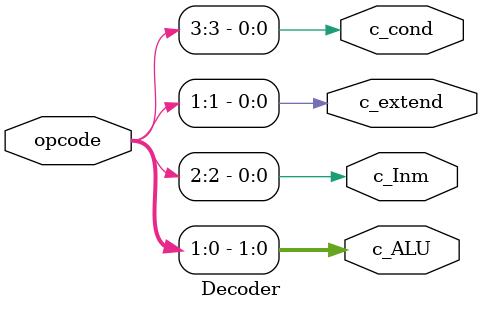
<source format=v>
module Decoder(
  input [3:0] opcode,
  output [1:0] c_ALU,
  output c_Inm, c_extend, c_cond
);
  wire [1:0] c_ALU;
  wire c_Inm, c_extend, c_cond;
  
  assign c_ALU = opcode[1:0];
  assign c_Inm = opcode[2];
  assign c_extend = opcode[1] & opcode[1];
  assign c_cond = opcode[3];
  
endmodule
</source>
